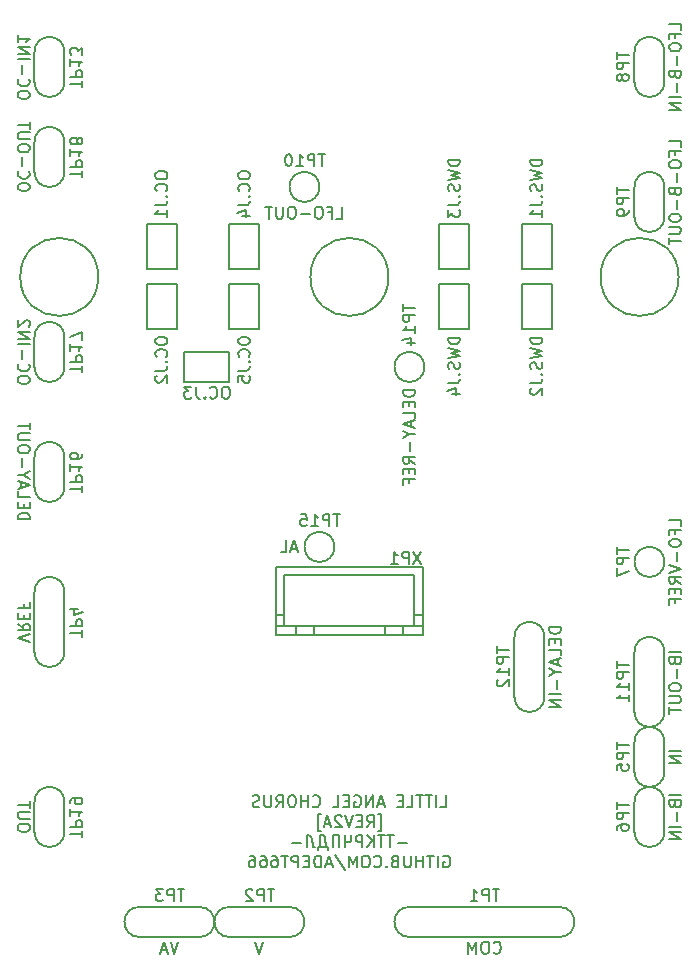
<source format=gbr>
G04 #@! TF.GenerationSoftware,KiCad,Pcbnew,5.1.6-c6e7f7d~87~ubuntu19.10.1*
G04 #@! TF.CreationDate,2023-03-21T23:34:36+06:00*
G04 #@! TF.ProjectId,little_angel_chorus_r2a,6c697474-6c65-45f6-916e-67656c5f6368,2A*
G04 #@! TF.SameCoordinates,Original*
G04 #@! TF.FileFunction,Legend,Bot*
G04 #@! TF.FilePolarity,Positive*
%FSLAX46Y46*%
G04 Gerber Fmt 4.6, Leading zero omitted, Abs format (unit mm)*
G04 Created by KiCad (PCBNEW 5.1.6-c6e7f7d~87~ubuntu19.10.1) date 2023-03-21 23:34:36*
%MOMM*%
%LPD*%
G01*
G04 APERTURE LIST*
%ADD10C,0.200000*%
%ADD11R,2.100000X2.100000*%
%ADD12C,2.100000*%
%ADD13R,2.700000X2.700000*%
%ADD14R,1.700000X1.500000*%
%ADD15R,1.500000X1.700000*%
%ADD16C,6.200000*%
G04 APERTURE END LIST*
D10*
X113076666Y-192212380D02*
X113552857Y-192212380D01*
X113552857Y-191212380D01*
X112743333Y-192212380D02*
X112743333Y-191212380D01*
X112410000Y-191212380D02*
X111838571Y-191212380D01*
X112124285Y-192212380D02*
X112124285Y-191212380D01*
X111648095Y-191212380D02*
X111076666Y-191212380D01*
X111362380Y-192212380D02*
X111362380Y-191212380D01*
X110267142Y-192212380D02*
X110743333Y-192212380D01*
X110743333Y-191212380D01*
X109933809Y-191688571D02*
X109600476Y-191688571D01*
X109457619Y-192212380D02*
X109933809Y-192212380D01*
X109933809Y-191212380D01*
X109457619Y-191212380D01*
X108314761Y-191926666D02*
X107838571Y-191926666D01*
X108410000Y-192212380D02*
X108076666Y-191212380D01*
X107743333Y-192212380D01*
X107410000Y-192212380D02*
X107410000Y-191212380D01*
X106838571Y-192212380D01*
X106838571Y-191212380D01*
X105838571Y-191260000D02*
X105933809Y-191212380D01*
X106076666Y-191212380D01*
X106219523Y-191260000D01*
X106314761Y-191355238D01*
X106362380Y-191450476D01*
X106410000Y-191640952D01*
X106410000Y-191783809D01*
X106362380Y-191974285D01*
X106314761Y-192069523D01*
X106219523Y-192164761D01*
X106076666Y-192212380D01*
X105981428Y-192212380D01*
X105838571Y-192164761D01*
X105790952Y-192117142D01*
X105790952Y-191783809D01*
X105981428Y-191783809D01*
X105362380Y-191688571D02*
X105029047Y-191688571D01*
X104886190Y-192212380D02*
X105362380Y-192212380D01*
X105362380Y-191212380D01*
X104886190Y-191212380D01*
X103981428Y-192212380D02*
X104457619Y-192212380D01*
X104457619Y-191212380D01*
X102314761Y-192117142D02*
X102362380Y-192164761D01*
X102505238Y-192212380D01*
X102600476Y-192212380D01*
X102743333Y-192164761D01*
X102838571Y-192069523D01*
X102886190Y-191974285D01*
X102933809Y-191783809D01*
X102933809Y-191640952D01*
X102886190Y-191450476D01*
X102838571Y-191355238D01*
X102743333Y-191260000D01*
X102600476Y-191212380D01*
X102505238Y-191212380D01*
X102362380Y-191260000D01*
X102314761Y-191307619D01*
X101886190Y-192212380D02*
X101886190Y-191212380D01*
X101886190Y-191688571D02*
X101314761Y-191688571D01*
X101314761Y-192212380D02*
X101314761Y-191212380D01*
X100648095Y-191212380D02*
X100457619Y-191212380D01*
X100362380Y-191260000D01*
X100267142Y-191355238D01*
X100219523Y-191545714D01*
X100219523Y-191879047D01*
X100267142Y-192069523D01*
X100362380Y-192164761D01*
X100457619Y-192212380D01*
X100648095Y-192212380D01*
X100743333Y-192164761D01*
X100838571Y-192069523D01*
X100886190Y-191879047D01*
X100886190Y-191545714D01*
X100838571Y-191355238D01*
X100743333Y-191260000D01*
X100648095Y-191212380D01*
X99219523Y-192212380D02*
X99552857Y-191736190D01*
X99790952Y-192212380D02*
X99790952Y-191212380D01*
X99410000Y-191212380D01*
X99314761Y-191260000D01*
X99267142Y-191307619D01*
X99219523Y-191402857D01*
X99219523Y-191545714D01*
X99267142Y-191640952D01*
X99314761Y-191688571D01*
X99410000Y-191736190D01*
X99790952Y-191736190D01*
X98790952Y-191212380D02*
X98790952Y-192021904D01*
X98743333Y-192117142D01*
X98695714Y-192164761D01*
X98600476Y-192212380D01*
X98410000Y-192212380D01*
X98314761Y-192164761D01*
X98267142Y-192117142D01*
X98219523Y-192021904D01*
X98219523Y-191212380D01*
X97790952Y-192164761D02*
X97648095Y-192212380D01*
X97410000Y-192212380D01*
X97314761Y-192164761D01*
X97267142Y-192117142D01*
X97219523Y-192021904D01*
X97219523Y-191926666D01*
X97267142Y-191831428D01*
X97314761Y-191783809D01*
X97410000Y-191736190D01*
X97600476Y-191688571D01*
X97695714Y-191640952D01*
X97743333Y-191593333D01*
X97790952Y-191498095D01*
X97790952Y-191402857D01*
X97743333Y-191307619D01*
X97695714Y-191260000D01*
X97600476Y-191212380D01*
X97362380Y-191212380D01*
X97219523Y-191260000D01*
X107838571Y-194245714D02*
X108076666Y-194245714D01*
X108076666Y-192817142D01*
X107838571Y-192817142D01*
X106886190Y-193912380D02*
X107219523Y-193436190D01*
X107457619Y-193912380D02*
X107457619Y-192912380D01*
X107076666Y-192912380D01*
X106981428Y-192960000D01*
X106933809Y-193007619D01*
X106886190Y-193102857D01*
X106886190Y-193245714D01*
X106933809Y-193340952D01*
X106981428Y-193388571D01*
X107076666Y-193436190D01*
X107457619Y-193436190D01*
X106457619Y-193388571D02*
X106124285Y-193388571D01*
X105981428Y-193912380D02*
X106457619Y-193912380D01*
X106457619Y-192912380D01*
X105981428Y-192912380D01*
X105695714Y-192912380D02*
X105362380Y-193912380D01*
X105029047Y-192912380D01*
X104743333Y-193007619D02*
X104695714Y-192960000D01*
X104600476Y-192912380D01*
X104362380Y-192912380D01*
X104267142Y-192960000D01*
X104219523Y-193007619D01*
X104171904Y-193102857D01*
X104171904Y-193198095D01*
X104219523Y-193340952D01*
X104790952Y-193912380D01*
X104171904Y-193912380D01*
X103790952Y-193626666D02*
X103314761Y-193626666D01*
X103886190Y-193912380D02*
X103552857Y-192912380D01*
X103219523Y-193912380D01*
X102981428Y-194245714D02*
X102743333Y-194245714D01*
X102743333Y-192817142D01*
X102981428Y-192817142D01*
X110267142Y-195231428D02*
X109505238Y-195231428D01*
X109171904Y-194612380D02*
X108600476Y-194612380D01*
X108886190Y-195612380D02*
X108886190Y-194612380D01*
X108410000Y-194612380D02*
X107838571Y-194612380D01*
X108124285Y-195612380D02*
X108124285Y-194612380D01*
X107505238Y-195612380D02*
X107505238Y-194612380D01*
X106933809Y-195612380D02*
X107362380Y-195040952D01*
X106933809Y-194612380D02*
X107505238Y-195183809D01*
X106505238Y-195612380D02*
X106505238Y-194612380D01*
X106124285Y-194612380D01*
X106029047Y-194660000D01*
X105981428Y-194707619D01*
X105933809Y-194802857D01*
X105933809Y-194945714D01*
X105981428Y-195040952D01*
X106029047Y-195088571D01*
X106124285Y-195136190D01*
X106505238Y-195136190D01*
X105029047Y-194612380D02*
X105029047Y-195612380D01*
X105552857Y-194612380D02*
X105552857Y-194993333D01*
X105505238Y-195088571D01*
X105457619Y-195136190D01*
X105362380Y-195183809D01*
X105029047Y-195183809D01*
X104552857Y-195612380D02*
X104552857Y-194612380D01*
X103981428Y-194612380D01*
X103981428Y-195612380D01*
X102743333Y-195850476D02*
X102743333Y-195612380D01*
X103600476Y-195612380D01*
X103600476Y-195850476D01*
X102933809Y-195612380D02*
X102933809Y-194612380D01*
X103171904Y-194612380D01*
X103267142Y-194660000D01*
X103314761Y-194707619D01*
X103362380Y-194802857D01*
X103457619Y-195612380D01*
X101790952Y-195612380D02*
X101790952Y-194612380D01*
X101933809Y-194612380D01*
X102076666Y-194660000D01*
X102171904Y-194755238D01*
X102219523Y-194898095D01*
X102314761Y-195469523D01*
X102362380Y-195564761D01*
X102457619Y-195612380D01*
X102505238Y-195612380D01*
X101314761Y-195231428D02*
X100552857Y-195231428D01*
X113362380Y-196360000D02*
X113457619Y-196312380D01*
X113600476Y-196312380D01*
X113743333Y-196360000D01*
X113838571Y-196455238D01*
X113886190Y-196550476D01*
X113933809Y-196740952D01*
X113933809Y-196883809D01*
X113886190Y-197074285D01*
X113838571Y-197169523D01*
X113743333Y-197264761D01*
X113600476Y-197312380D01*
X113505238Y-197312380D01*
X113362380Y-197264761D01*
X113314761Y-197217142D01*
X113314761Y-196883809D01*
X113505238Y-196883809D01*
X112886190Y-197312380D02*
X112886190Y-196312380D01*
X112552857Y-196312380D02*
X111981428Y-196312380D01*
X112267142Y-197312380D02*
X112267142Y-196312380D01*
X111648095Y-197312380D02*
X111648095Y-196312380D01*
X111648095Y-196788571D02*
X111076666Y-196788571D01*
X111076666Y-197312380D02*
X111076666Y-196312380D01*
X110600476Y-196312380D02*
X110600476Y-197121904D01*
X110552857Y-197217142D01*
X110505238Y-197264761D01*
X110410000Y-197312380D01*
X110219523Y-197312380D01*
X110124285Y-197264761D01*
X110076666Y-197217142D01*
X110029047Y-197121904D01*
X110029047Y-196312380D01*
X109219523Y-196788571D02*
X109076666Y-196836190D01*
X109029047Y-196883809D01*
X108981428Y-196979047D01*
X108981428Y-197121904D01*
X109029047Y-197217142D01*
X109076666Y-197264761D01*
X109171904Y-197312380D01*
X109552857Y-197312380D01*
X109552857Y-196312380D01*
X109219523Y-196312380D01*
X109124285Y-196360000D01*
X109076666Y-196407619D01*
X109029047Y-196502857D01*
X109029047Y-196598095D01*
X109076666Y-196693333D01*
X109124285Y-196740952D01*
X109219523Y-196788571D01*
X109552857Y-196788571D01*
X108552857Y-197217142D02*
X108505238Y-197264761D01*
X108552857Y-197312380D01*
X108600476Y-197264761D01*
X108552857Y-197217142D01*
X108552857Y-197312380D01*
X107505238Y-197217142D02*
X107552857Y-197264761D01*
X107695714Y-197312380D01*
X107790952Y-197312380D01*
X107933809Y-197264761D01*
X108029047Y-197169523D01*
X108076666Y-197074285D01*
X108124285Y-196883809D01*
X108124285Y-196740952D01*
X108076666Y-196550476D01*
X108029047Y-196455238D01*
X107933809Y-196360000D01*
X107790952Y-196312380D01*
X107695714Y-196312380D01*
X107552857Y-196360000D01*
X107505238Y-196407619D01*
X106886190Y-196312380D02*
X106695714Y-196312380D01*
X106600476Y-196360000D01*
X106505238Y-196455238D01*
X106457619Y-196645714D01*
X106457619Y-196979047D01*
X106505238Y-197169523D01*
X106600476Y-197264761D01*
X106695714Y-197312380D01*
X106886190Y-197312380D01*
X106981428Y-197264761D01*
X107076666Y-197169523D01*
X107124285Y-196979047D01*
X107124285Y-196645714D01*
X107076666Y-196455238D01*
X106981428Y-196360000D01*
X106886190Y-196312380D01*
X106029047Y-197312380D02*
X106029047Y-196312380D01*
X105695714Y-197026666D01*
X105362380Y-196312380D01*
X105362380Y-197312380D01*
X104171904Y-196264761D02*
X105029047Y-197550476D01*
X103886190Y-197026666D02*
X103410000Y-197026666D01*
X103981428Y-197312380D02*
X103648095Y-196312380D01*
X103314761Y-197312380D01*
X102981428Y-197312380D02*
X102981428Y-196312380D01*
X102743333Y-196312380D01*
X102600476Y-196360000D01*
X102505238Y-196455238D01*
X102457619Y-196550476D01*
X102410000Y-196740952D01*
X102410000Y-196883809D01*
X102457619Y-197074285D01*
X102505238Y-197169523D01*
X102600476Y-197264761D01*
X102743333Y-197312380D01*
X102981428Y-197312380D01*
X101981428Y-196788571D02*
X101648095Y-196788571D01*
X101505238Y-197312380D02*
X101981428Y-197312380D01*
X101981428Y-196312380D01*
X101505238Y-196312380D01*
X101076666Y-197312380D02*
X101076666Y-196312380D01*
X100695714Y-196312380D01*
X100600476Y-196360000D01*
X100552857Y-196407619D01*
X100505238Y-196502857D01*
X100505238Y-196645714D01*
X100552857Y-196740952D01*
X100600476Y-196788571D01*
X100695714Y-196836190D01*
X101076666Y-196836190D01*
X100219523Y-196312380D02*
X99648095Y-196312380D01*
X99933809Y-197312380D02*
X99933809Y-196312380D01*
X98886190Y-196312380D02*
X99076666Y-196312380D01*
X99171904Y-196360000D01*
X99219523Y-196407619D01*
X99314761Y-196550476D01*
X99362380Y-196740952D01*
X99362380Y-197121904D01*
X99314761Y-197217142D01*
X99267142Y-197264761D01*
X99171904Y-197312380D01*
X98981428Y-197312380D01*
X98886190Y-197264761D01*
X98838571Y-197217142D01*
X98790952Y-197121904D01*
X98790952Y-196883809D01*
X98838571Y-196788571D01*
X98886190Y-196740952D01*
X98981428Y-196693333D01*
X99171904Y-196693333D01*
X99267142Y-196740952D01*
X99314761Y-196788571D01*
X99362380Y-196883809D01*
X97933809Y-196312380D02*
X98124285Y-196312380D01*
X98219523Y-196360000D01*
X98267142Y-196407619D01*
X98362380Y-196550476D01*
X98410000Y-196740952D01*
X98410000Y-197121904D01*
X98362380Y-197217142D01*
X98314761Y-197264761D01*
X98219523Y-197312380D01*
X98029047Y-197312380D01*
X97933809Y-197264761D01*
X97886190Y-197217142D01*
X97838571Y-197121904D01*
X97838571Y-196883809D01*
X97886190Y-196788571D01*
X97933809Y-196740952D01*
X98029047Y-196693333D01*
X98219523Y-196693333D01*
X98314761Y-196740952D01*
X98362380Y-196788571D01*
X98410000Y-196883809D01*
X96981428Y-196312380D02*
X97171904Y-196312380D01*
X97267142Y-196360000D01*
X97314761Y-196407619D01*
X97410000Y-196550476D01*
X97457619Y-196740952D01*
X97457619Y-197121904D01*
X97410000Y-197217142D01*
X97362380Y-197264761D01*
X97267142Y-197312380D01*
X97076666Y-197312380D01*
X96981428Y-197264761D01*
X96933809Y-197217142D01*
X96886190Y-197121904D01*
X96886190Y-196883809D01*
X96933809Y-196788571D01*
X96981428Y-196740952D01*
X97076666Y-196693333D01*
X97267142Y-196693333D01*
X97362380Y-196740952D01*
X97410000Y-196788571D01*
X97457619Y-196883809D01*
X95250000Y-151765000D02*
X97790000Y-151765000D01*
X97790000Y-147955000D02*
X95250000Y-147955000D01*
X97790000Y-151765000D02*
X97790000Y-147955000D01*
X95250000Y-151765000D02*
X95250000Y-147955000D01*
X97790000Y-142875000D02*
X97790000Y-146685000D01*
X95250000Y-142875000D02*
X95250000Y-146685000D01*
X95250000Y-146685000D02*
X97790000Y-146685000D01*
X97790000Y-142875000D02*
X95250000Y-142875000D01*
X91440000Y-153670000D02*
X91440000Y-156210000D01*
X95250000Y-156210000D02*
X95250000Y-153670000D01*
X91440000Y-156210000D02*
X95250000Y-156210000D01*
X91440000Y-153670000D02*
X95250000Y-153670000D01*
X90805000Y-147955000D02*
X88265000Y-147955000D01*
X88265000Y-151765000D02*
X90805000Y-151765000D01*
X88265000Y-147955000D02*
X88265000Y-151765000D01*
X90805000Y-147955000D02*
X90805000Y-151765000D01*
X88265000Y-146685000D02*
X90805000Y-146685000D01*
X90805000Y-142875000D02*
X88265000Y-142875000D01*
X90805000Y-146685000D02*
X90805000Y-142875000D01*
X88265000Y-146685000D02*
X88265000Y-142875000D01*
X113030000Y-151765000D02*
X113030000Y-147955000D01*
X115570000Y-151765000D02*
X115570000Y-147955000D01*
X115570000Y-147955000D02*
X113030000Y-147955000D01*
X113030000Y-151765000D02*
X115570000Y-151765000D01*
X115570000Y-142875000D02*
X115570000Y-146685000D01*
X113030000Y-142875000D02*
X113030000Y-146685000D01*
X113030000Y-146685000D02*
X115570000Y-146685000D01*
X115570000Y-142875000D02*
X113030000Y-142875000D01*
X122555000Y-147955000D02*
X122555000Y-151765000D01*
X120015000Y-147955000D02*
X120015000Y-151765000D01*
X120015000Y-151765000D02*
X122555000Y-151765000D01*
X122555000Y-147955000D02*
X120015000Y-147955000D01*
X120015000Y-146685000D02*
X122555000Y-146685000D01*
X122555000Y-142875000D02*
X120015000Y-142875000D01*
X122555000Y-146685000D02*
X122555000Y-142875000D01*
X120015000Y-146685000D02*
X120015000Y-142875000D01*
X81280000Y-191770000D02*
X81280000Y-194310000D01*
X78740000Y-191770000D02*
X78740000Y-194310000D01*
X78740000Y-191770000D02*
G75*
G02*
X81280000Y-191770000I1270000J0D01*
G01*
X81280000Y-194310000D02*
G75*
G02*
X78740000Y-194310000I-1270000J0D01*
G01*
X78740000Y-135890000D02*
X78740000Y-138430000D01*
X81280000Y-135890000D02*
X81280000Y-138430000D01*
X81280000Y-138430000D02*
G75*
G02*
X78740000Y-138430000I-1270000J0D01*
G01*
X78740000Y-135890000D02*
G75*
G02*
X81280000Y-135890000I1270000J0D01*
G01*
X78740000Y-152400000D02*
X78740000Y-154940000D01*
X81280000Y-152400000D02*
X81280000Y-154940000D01*
X81280000Y-154940000D02*
G75*
G02*
X78740000Y-154940000I-1270000J0D01*
G01*
X78740000Y-152400000D02*
G75*
G02*
X81280000Y-152400000I1270000J0D01*
G01*
X78740000Y-162560000D02*
X78740000Y-165100000D01*
X81280000Y-162560000D02*
X81280000Y-165100000D01*
X81280000Y-165100000D02*
G75*
G02*
X78740000Y-165100000I-1270000J0D01*
G01*
X78740000Y-162560000D02*
G75*
G02*
X81280000Y-162560000I1270000J0D01*
G01*
X104140000Y-170180000D02*
G75*
G03*
X104140000Y-170180000I-1270000J0D01*
G01*
X111760000Y-154940000D02*
G75*
G03*
X111760000Y-154940000I-1270000J0D01*
G01*
X81280000Y-128270000D02*
X81280000Y-130810000D01*
X78740000Y-128270000D02*
X78740000Y-130810000D01*
X78740000Y-128270000D02*
G75*
G02*
X81280000Y-128270000I1270000J0D01*
G01*
X81280000Y-130810000D02*
G75*
G02*
X78740000Y-130810000I-1270000J0D01*
G01*
X121920000Y-182880000D02*
X121920000Y-177800000D01*
X119380000Y-182880000D02*
X119380000Y-177800000D01*
X119380000Y-177800000D02*
G75*
G02*
X121920000Y-177800000I1270000J0D01*
G01*
X121920000Y-182880000D02*
G75*
G02*
X119380000Y-182880000I-1270000J0D01*
G01*
X129540000Y-184150000D02*
X129540000Y-179070000D01*
X132080000Y-184150000D02*
X132080000Y-179070000D01*
X132080000Y-184150000D02*
G75*
G02*
X129540000Y-184150000I-1270000J0D01*
G01*
X129540000Y-179070000D02*
G75*
G02*
X132080000Y-179070000I1270000J0D01*
G01*
X102870000Y-139700000D02*
G75*
G03*
X102870000Y-139700000I-1270000J0D01*
G01*
X129540000Y-142240000D02*
X129540000Y-139700000D01*
X132080000Y-142240000D02*
X132080000Y-139700000D01*
X132080000Y-142240000D02*
G75*
G02*
X129540000Y-142240000I-1270000J0D01*
G01*
X129540000Y-139700000D02*
G75*
G02*
X132080000Y-139700000I1270000J0D01*
G01*
X132080000Y-130810000D02*
X132080000Y-128270000D01*
X129540000Y-130810000D02*
X129540000Y-128270000D01*
X129540000Y-128270000D02*
G75*
G02*
X132080000Y-128270000I1270000J0D01*
G01*
X132080000Y-130810000D02*
G75*
G02*
X129540000Y-130810000I-1270000J0D01*
G01*
X132080000Y-171450000D02*
G75*
G03*
X132080000Y-171450000I-1270000J0D01*
G01*
X129540000Y-194310000D02*
X129540000Y-191770000D01*
X132080000Y-194310000D02*
X132080000Y-191770000D01*
X132080000Y-194310000D02*
G75*
G02*
X129540000Y-194310000I-1270000J0D01*
G01*
X129540000Y-191770000D02*
G75*
G02*
X132080000Y-191770000I1270000J0D01*
G01*
X129540000Y-189230000D02*
X129540000Y-186690000D01*
X132080000Y-189230000D02*
X132080000Y-186690000D01*
X132080000Y-189230000D02*
G75*
G02*
X129540000Y-189230000I-1270000J0D01*
G01*
X129540000Y-186690000D02*
G75*
G02*
X132080000Y-186690000I1270000J0D01*
G01*
X78740000Y-173990000D02*
X78740000Y-179070000D01*
X81280000Y-173990000D02*
X81280000Y-179070000D01*
X81280000Y-179070000D02*
G75*
G02*
X78740000Y-179070000I-1270000J0D01*
G01*
X78740000Y-173990000D02*
G75*
G02*
X81280000Y-173990000I1270000J0D01*
G01*
X87630000Y-203200000D02*
X92710000Y-203200000D01*
X87630000Y-200660000D02*
X92710000Y-200660000D01*
X92710000Y-200660000D02*
G75*
G02*
X92710000Y-203200000I0J-1270000D01*
G01*
X87630000Y-203200000D02*
G75*
G02*
X87630000Y-200660000I0J1270000D01*
G01*
X95250000Y-203200000D02*
X100330000Y-203200000D01*
X95250000Y-200660000D02*
X100330000Y-200660000D01*
X100330000Y-200660000D02*
G75*
G02*
X100330000Y-203200000I0J-1270000D01*
G01*
X95250000Y-203200000D02*
G75*
G02*
X95250000Y-200660000I0J1270000D01*
G01*
X110490000Y-200660000D02*
X123190000Y-200660000D01*
X110490000Y-203200000D02*
X123190000Y-203200000D01*
X110490000Y-203200000D02*
G75*
G02*
X110490000Y-200660000I0J1270000D01*
G01*
X123190000Y-200660000D02*
G75*
G02*
X123190000Y-203200000I0J-1270000D01*
G01*
X133282000Y-147320000D02*
G75*
G03*
X133282000Y-147320000I-3302000J0D01*
G01*
X84142000Y-147320000D02*
G75*
G03*
X84142000Y-147320000I-3302000J0D01*
G01*
X108712000Y-147320000D02*
G75*
G03*
X108712000Y-147320000I-3302000J0D01*
G01*
X100910000Y-177610000D02*
X100910000Y-176910000D01*
X109910000Y-177610000D02*
X109910000Y-176910000D01*
X99210000Y-176910000D02*
X111610000Y-176910000D01*
X111610000Y-177610000D02*
X111610000Y-171860000D01*
X99910000Y-176910000D02*
X99910000Y-172560000D01*
X99210000Y-177610000D02*
X99210000Y-171860000D01*
X110910000Y-175910000D02*
X111610000Y-175910000D01*
X110910000Y-176910000D02*
X110910000Y-172560000D01*
X99910000Y-172560000D02*
X110910000Y-172560000D01*
X102410000Y-177610000D02*
X102410000Y-176910000D01*
X99210000Y-175910000D02*
X99910000Y-175910000D01*
X108410000Y-177610000D02*
X108410000Y-176910000D01*
X99210000Y-171860000D02*
X111610000Y-171860000D01*
X99210000Y-177610000D02*
X111610000Y-177610000D01*
X95972380Y-152641071D02*
X95972380Y-152831547D01*
X96020000Y-152926785D01*
X96115238Y-153022023D01*
X96305714Y-153069642D01*
X96639047Y-153069642D01*
X96829523Y-153022023D01*
X96924761Y-152926785D01*
X96972380Y-152831547D01*
X96972380Y-152641071D01*
X96924761Y-152545833D01*
X96829523Y-152450595D01*
X96639047Y-152402976D01*
X96305714Y-152402976D01*
X96115238Y-152450595D01*
X96020000Y-152545833D01*
X95972380Y-152641071D01*
X96877142Y-154069642D02*
X96924761Y-154022023D01*
X96972380Y-153879166D01*
X96972380Y-153783928D01*
X96924761Y-153641071D01*
X96829523Y-153545833D01*
X96734285Y-153498214D01*
X96543809Y-153450595D01*
X96400952Y-153450595D01*
X96210476Y-153498214D01*
X96115238Y-153545833D01*
X96020000Y-153641071D01*
X95972380Y-153783928D01*
X95972380Y-153879166D01*
X96020000Y-154022023D01*
X96067619Y-154069642D01*
X96877142Y-154498214D02*
X96924761Y-154545833D01*
X96972380Y-154498214D01*
X96924761Y-154450595D01*
X96877142Y-154498214D01*
X96972380Y-154498214D01*
X95972380Y-155260119D02*
X96686666Y-155260119D01*
X96829523Y-155212500D01*
X96924761Y-155117261D01*
X96972380Y-154974404D01*
X96972380Y-154879166D01*
X95972380Y-156212500D02*
X95972380Y-155736309D01*
X96448571Y-155688690D01*
X96400952Y-155736309D01*
X96353333Y-155831547D01*
X96353333Y-156069642D01*
X96400952Y-156164880D01*
X96448571Y-156212500D01*
X96543809Y-156260119D01*
X96781904Y-156260119D01*
X96877142Y-156212500D01*
X96924761Y-156164880D01*
X96972380Y-156069642D01*
X96972380Y-155831547D01*
X96924761Y-155736309D01*
X96877142Y-155688690D01*
X95972380Y-138617976D02*
X95972380Y-138808452D01*
X96020000Y-138903690D01*
X96115238Y-138998928D01*
X96305714Y-139046547D01*
X96639047Y-139046547D01*
X96829523Y-138998928D01*
X96924761Y-138903690D01*
X96972380Y-138808452D01*
X96972380Y-138617976D01*
X96924761Y-138522738D01*
X96829523Y-138427500D01*
X96639047Y-138379880D01*
X96305714Y-138379880D01*
X96115238Y-138427500D01*
X96020000Y-138522738D01*
X95972380Y-138617976D01*
X96877142Y-140046547D02*
X96924761Y-139998928D01*
X96972380Y-139856071D01*
X96972380Y-139760833D01*
X96924761Y-139617976D01*
X96829523Y-139522738D01*
X96734285Y-139475119D01*
X96543809Y-139427500D01*
X96400952Y-139427500D01*
X96210476Y-139475119D01*
X96115238Y-139522738D01*
X96020000Y-139617976D01*
X95972380Y-139760833D01*
X95972380Y-139856071D01*
X96020000Y-139998928D01*
X96067619Y-140046547D01*
X96877142Y-140475119D02*
X96924761Y-140522738D01*
X96972380Y-140475119D01*
X96924761Y-140427500D01*
X96877142Y-140475119D01*
X96972380Y-140475119D01*
X95972380Y-141237023D02*
X96686666Y-141237023D01*
X96829523Y-141189404D01*
X96924761Y-141094166D01*
X96972380Y-140951309D01*
X96972380Y-140856071D01*
X96305714Y-142141785D02*
X96972380Y-142141785D01*
X95924761Y-141903690D02*
X96639047Y-141665595D01*
X96639047Y-142284642D01*
X95035476Y-156614880D02*
X94845000Y-156614880D01*
X94749761Y-156662500D01*
X94654523Y-156757738D01*
X94606904Y-156948214D01*
X94606904Y-157281547D01*
X94654523Y-157472023D01*
X94749761Y-157567261D01*
X94845000Y-157614880D01*
X95035476Y-157614880D01*
X95130714Y-157567261D01*
X95225952Y-157472023D01*
X95273571Y-157281547D01*
X95273571Y-156948214D01*
X95225952Y-156757738D01*
X95130714Y-156662500D01*
X95035476Y-156614880D01*
X93606904Y-157519642D02*
X93654523Y-157567261D01*
X93797380Y-157614880D01*
X93892619Y-157614880D01*
X94035476Y-157567261D01*
X94130714Y-157472023D01*
X94178333Y-157376785D01*
X94225952Y-157186309D01*
X94225952Y-157043452D01*
X94178333Y-156852976D01*
X94130714Y-156757738D01*
X94035476Y-156662500D01*
X93892619Y-156614880D01*
X93797380Y-156614880D01*
X93654523Y-156662500D01*
X93606904Y-156710119D01*
X93178333Y-157519642D02*
X93130714Y-157567261D01*
X93178333Y-157614880D01*
X93225952Y-157567261D01*
X93178333Y-157519642D01*
X93178333Y-157614880D01*
X92416428Y-156614880D02*
X92416428Y-157329166D01*
X92464047Y-157472023D01*
X92559285Y-157567261D01*
X92702142Y-157614880D01*
X92797380Y-157614880D01*
X92035476Y-156614880D02*
X91416428Y-156614880D01*
X91749761Y-156995833D01*
X91606904Y-156995833D01*
X91511666Y-157043452D01*
X91464047Y-157091071D01*
X91416428Y-157186309D01*
X91416428Y-157424404D01*
X91464047Y-157519642D01*
X91511666Y-157567261D01*
X91606904Y-157614880D01*
X91892619Y-157614880D01*
X91987857Y-157567261D01*
X92035476Y-157519642D01*
X88987380Y-152641071D02*
X88987380Y-152831547D01*
X89035000Y-152926785D01*
X89130238Y-153022023D01*
X89320714Y-153069642D01*
X89654047Y-153069642D01*
X89844523Y-153022023D01*
X89939761Y-152926785D01*
X89987380Y-152831547D01*
X89987380Y-152641071D01*
X89939761Y-152545833D01*
X89844523Y-152450595D01*
X89654047Y-152402976D01*
X89320714Y-152402976D01*
X89130238Y-152450595D01*
X89035000Y-152545833D01*
X88987380Y-152641071D01*
X89892142Y-154069642D02*
X89939761Y-154022023D01*
X89987380Y-153879166D01*
X89987380Y-153783928D01*
X89939761Y-153641071D01*
X89844523Y-153545833D01*
X89749285Y-153498214D01*
X89558809Y-153450595D01*
X89415952Y-153450595D01*
X89225476Y-153498214D01*
X89130238Y-153545833D01*
X89035000Y-153641071D01*
X88987380Y-153783928D01*
X88987380Y-153879166D01*
X89035000Y-154022023D01*
X89082619Y-154069642D01*
X89892142Y-154498214D02*
X89939761Y-154545833D01*
X89987380Y-154498214D01*
X89939761Y-154450595D01*
X89892142Y-154498214D01*
X89987380Y-154498214D01*
X88987380Y-155260119D02*
X89701666Y-155260119D01*
X89844523Y-155212500D01*
X89939761Y-155117261D01*
X89987380Y-154974404D01*
X89987380Y-154879166D01*
X89082619Y-155688690D02*
X89035000Y-155736309D01*
X88987380Y-155831547D01*
X88987380Y-156069642D01*
X89035000Y-156164880D01*
X89082619Y-156212500D01*
X89177857Y-156260119D01*
X89273095Y-156260119D01*
X89415952Y-156212500D01*
X89987380Y-155641071D01*
X89987380Y-156260119D01*
X88987380Y-138617976D02*
X88987380Y-138808452D01*
X89035000Y-138903690D01*
X89130238Y-138998928D01*
X89320714Y-139046547D01*
X89654047Y-139046547D01*
X89844523Y-138998928D01*
X89939761Y-138903690D01*
X89987380Y-138808452D01*
X89987380Y-138617976D01*
X89939761Y-138522738D01*
X89844523Y-138427500D01*
X89654047Y-138379880D01*
X89320714Y-138379880D01*
X89130238Y-138427500D01*
X89035000Y-138522738D01*
X88987380Y-138617976D01*
X89892142Y-140046547D02*
X89939761Y-139998928D01*
X89987380Y-139856071D01*
X89987380Y-139760833D01*
X89939761Y-139617976D01*
X89844523Y-139522738D01*
X89749285Y-139475119D01*
X89558809Y-139427500D01*
X89415952Y-139427500D01*
X89225476Y-139475119D01*
X89130238Y-139522738D01*
X89035000Y-139617976D01*
X88987380Y-139760833D01*
X88987380Y-139856071D01*
X89035000Y-139998928D01*
X89082619Y-140046547D01*
X89892142Y-140475119D02*
X89939761Y-140522738D01*
X89987380Y-140475119D01*
X89939761Y-140427500D01*
X89892142Y-140475119D01*
X89987380Y-140475119D01*
X88987380Y-141237023D02*
X89701666Y-141237023D01*
X89844523Y-141189404D01*
X89939761Y-141094166D01*
X89987380Y-140951309D01*
X89987380Y-140856071D01*
X89987380Y-142237023D02*
X89987380Y-141665595D01*
X89987380Y-141951309D02*
X88987380Y-141951309D01*
X89130238Y-141856071D01*
X89225476Y-141760833D01*
X89273095Y-141665595D01*
X114752380Y-152450595D02*
X113752380Y-152450595D01*
X113752380Y-152688690D01*
X113800000Y-152831547D01*
X113895238Y-152926785D01*
X113990476Y-152974404D01*
X114180952Y-153022023D01*
X114323809Y-153022023D01*
X114514285Y-152974404D01*
X114609523Y-152926785D01*
X114704761Y-152831547D01*
X114752380Y-152688690D01*
X114752380Y-152450595D01*
X113752380Y-153355357D02*
X114752380Y-153593452D01*
X114038095Y-153783928D01*
X114752380Y-153974404D01*
X113752380Y-154212500D01*
X114704761Y-154545833D02*
X114752380Y-154688690D01*
X114752380Y-154926785D01*
X114704761Y-155022023D01*
X114657142Y-155069642D01*
X114561904Y-155117261D01*
X114466666Y-155117261D01*
X114371428Y-155069642D01*
X114323809Y-155022023D01*
X114276190Y-154926785D01*
X114228571Y-154736309D01*
X114180952Y-154641071D01*
X114133333Y-154593452D01*
X114038095Y-154545833D01*
X113942857Y-154545833D01*
X113847619Y-154593452D01*
X113800000Y-154641071D01*
X113752380Y-154736309D01*
X113752380Y-154974404D01*
X113800000Y-155117261D01*
X114657142Y-155545833D02*
X114704761Y-155593452D01*
X114752380Y-155545833D01*
X114704761Y-155498214D01*
X114657142Y-155545833D01*
X114752380Y-155545833D01*
X113752380Y-156307738D02*
X114466666Y-156307738D01*
X114609523Y-156260119D01*
X114704761Y-156164880D01*
X114752380Y-156022023D01*
X114752380Y-155926785D01*
X114085714Y-157212500D02*
X114752380Y-157212500D01*
X113704761Y-156974404D02*
X114419047Y-156736309D01*
X114419047Y-157355357D01*
X114752380Y-137379880D02*
X113752380Y-137379880D01*
X113752380Y-137617976D01*
X113800000Y-137760833D01*
X113895238Y-137856071D01*
X113990476Y-137903690D01*
X114180952Y-137951309D01*
X114323809Y-137951309D01*
X114514285Y-137903690D01*
X114609523Y-137856071D01*
X114704761Y-137760833D01*
X114752380Y-137617976D01*
X114752380Y-137379880D01*
X113752380Y-138284642D02*
X114752380Y-138522738D01*
X114038095Y-138713214D01*
X114752380Y-138903690D01*
X113752380Y-139141785D01*
X114704761Y-139475119D02*
X114752380Y-139617976D01*
X114752380Y-139856071D01*
X114704761Y-139951309D01*
X114657142Y-139998928D01*
X114561904Y-140046547D01*
X114466666Y-140046547D01*
X114371428Y-139998928D01*
X114323809Y-139951309D01*
X114276190Y-139856071D01*
X114228571Y-139665595D01*
X114180952Y-139570357D01*
X114133333Y-139522738D01*
X114038095Y-139475119D01*
X113942857Y-139475119D01*
X113847619Y-139522738D01*
X113800000Y-139570357D01*
X113752380Y-139665595D01*
X113752380Y-139903690D01*
X113800000Y-140046547D01*
X114657142Y-140475119D02*
X114704761Y-140522738D01*
X114752380Y-140475119D01*
X114704761Y-140427500D01*
X114657142Y-140475119D01*
X114752380Y-140475119D01*
X113752380Y-141237023D02*
X114466666Y-141237023D01*
X114609523Y-141189404D01*
X114704761Y-141094166D01*
X114752380Y-140951309D01*
X114752380Y-140856071D01*
X113752380Y-141617976D02*
X113752380Y-142237023D01*
X114133333Y-141903690D01*
X114133333Y-142046547D01*
X114180952Y-142141785D01*
X114228571Y-142189404D01*
X114323809Y-142237023D01*
X114561904Y-142237023D01*
X114657142Y-142189404D01*
X114704761Y-142141785D01*
X114752380Y-142046547D01*
X114752380Y-141760833D01*
X114704761Y-141665595D01*
X114657142Y-141617976D01*
X121737380Y-152450595D02*
X120737380Y-152450595D01*
X120737380Y-152688690D01*
X120785000Y-152831547D01*
X120880238Y-152926785D01*
X120975476Y-152974404D01*
X121165952Y-153022023D01*
X121308809Y-153022023D01*
X121499285Y-152974404D01*
X121594523Y-152926785D01*
X121689761Y-152831547D01*
X121737380Y-152688690D01*
X121737380Y-152450595D01*
X120737380Y-153355357D02*
X121737380Y-153593452D01*
X121023095Y-153783928D01*
X121737380Y-153974404D01*
X120737380Y-154212500D01*
X121689761Y-154545833D02*
X121737380Y-154688690D01*
X121737380Y-154926785D01*
X121689761Y-155022023D01*
X121642142Y-155069642D01*
X121546904Y-155117261D01*
X121451666Y-155117261D01*
X121356428Y-155069642D01*
X121308809Y-155022023D01*
X121261190Y-154926785D01*
X121213571Y-154736309D01*
X121165952Y-154641071D01*
X121118333Y-154593452D01*
X121023095Y-154545833D01*
X120927857Y-154545833D01*
X120832619Y-154593452D01*
X120785000Y-154641071D01*
X120737380Y-154736309D01*
X120737380Y-154974404D01*
X120785000Y-155117261D01*
X121642142Y-155545833D02*
X121689761Y-155593452D01*
X121737380Y-155545833D01*
X121689761Y-155498214D01*
X121642142Y-155545833D01*
X121737380Y-155545833D01*
X120737380Y-156307738D02*
X121451666Y-156307738D01*
X121594523Y-156260119D01*
X121689761Y-156164880D01*
X121737380Y-156022023D01*
X121737380Y-155926785D01*
X120832619Y-156736309D02*
X120785000Y-156783928D01*
X120737380Y-156879166D01*
X120737380Y-157117261D01*
X120785000Y-157212500D01*
X120832619Y-157260119D01*
X120927857Y-157307738D01*
X121023095Y-157307738D01*
X121165952Y-157260119D01*
X121737380Y-156688690D01*
X121737380Y-157307738D01*
X121737380Y-137379880D02*
X120737380Y-137379880D01*
X120737380Y-137617976D01*
X120785000Y-137760833D01*
X120880238Y-137856071D01*
X120975476Y-137903690D01*
X121165952Y-137951309D01*
X121308809Y-137951309D01*
X121499285Y-137903690D01*
X121594523Y-137856071D01*
X121689761Y-137760833D01*
X121737380Y-137617976D01*
X121737380Y-137379880D01*
X120737380Y-138284642D02*
X121737380Y-138522738D01*
X121023095Y-138713214D01*
X121737380Y-138903690D01*
X120737380Y-139141785D01*
X121689761Y-139475119D02*
X121737380Y-139617976D01*
X121737380Y-139856071D01*
X121689761Y-139951309D01*
X121642142Y-139998928D01*
X121546904Y-140046547D01*
X121451666Y-140046547D01*
X121356428Y-139998928D01*
X121308809Y-139951309D01*
X121261190Y-139856071D01*
X121213571Y-139665595D01*
X121165952Y-139570357D01*
X121118333Y-139522738D01*
X121023095Y-139475119D01*
X120927857Y-139475119D01*
X120832619Y-139522738D01*
X120785000Y-139570357D01*
X120737380Y-139665595D01*
X120737380Y-139903690D01*
X120785000Y-140046547D01*
X121642142Y-140475119D02*
X121689761Y-140522738D01*
X121737380Y-140475119D01*
X121689761Y-140427500D01*
X121642142Y-140475119D01*
X121737380Y-140475119D01*
X120737380Y-141237023D02*
X121451666Y-141237023D01*
X121594523Y-141189404D01*
X121689761Y-141094166D01*
X121737380Y-140951309D01*
X121737380Y-140856071D01*
X121737380Y-142237023D02*
X121737380Y-141665595D01*
X121737380Y-141951309D02*
X120737380Y-141951309D01*
X120880238Y-141856071D01*
X120975476Y-141760833D01*
X121023095Y-141665595D01*
X82780119Y-194778095D02*
X82780119Y-194206666D01*
X81780119Y-194492380D02*
X82780119Y-194492380D01*
X81780119Y-193873333D02*
X82780119Y-193873333D01*
X82780119Y-193492380D01*
X82732500Y-193397142D01*
X82684880Y-193349523D01*
X82589642Y-193301904D01*
X82446785Y-193301904D01*
X82351547Y-193349523D01*
X82303928Y-193397142D01*
X82256309Y-193492380D01*
X82256309Y-193873333D01*
X81780119Y-192349523D02*
X81780119Y-192920952D01*
X81780119Y-192635238D02*
X82780119Y-192635238D01*
X82637261Y-192730476D01*
X82542023Y-192825714D01*
X82494404Y-192920952D01*
X81780119Y-191873333D02*
X81780119Y-191682857D01*
X81827738Y-191587619D01*
X81875357Y-191540000D01*
X82018214Y-191444761D01*
X82208690Y-191397142D01*
X82589642Y-191397142D01*
X82684880Y-191444761D01*
X82732500Y-191492380D01*
X82780119Y-191587619D01*
X82780119Y-191778095D01*
X82732500Y-191873333D01*
X82684880Y-191920952D01*
X82589642Y-191968571D01*
X82351547Y-191968571D01*
X82256309Y-191920952D01*
X82208690Y-191873333D01*
X82161071Y-191778095D01*
X82161071Y-191587619D01*
X82208690Y-191492380D01*
X82256309Y-191444761D01*
X82351547Y-191397142D01*
X78335119Y-194040000D02*
X78335119Y-193849523D01*
X78287500Y-193754285D01*
X78192261Y-193659047D01*
X78001785Y-193611428D01*
X77668452Y-193611428D01*
X77477976Y-193659047D01*
X77382738Y-193754285D01*
X77335119Y-193849523D01*
X77335119Y-194040000D01*
X77382738Y-194135238D01*
X77477976Y-194230476D01*
X77668452Y-194278095D01*
X78001785Y-194278095D01*
X78192261Y-194230476D01*
X78287500Y-194135238D01*
X78335119Y-194040000D01*
X78335119Y-193182857D02*
X77525595Y-193182857D01*
X77430357Y-193135238D01*
X77382738Y-193087619D01*
X77335119Y-192992380D01*
X77335119Y-192801904D01*
X77382738Y-192706666D01*
X77430357Y-192659047D01*
X77525595Y-192611428D01*
X78335119Y-192611428D01*
X78335119Y-192278095D02*
X78335119Y-191706666D01*
X77335119Y-191992380D02*
X78335119Y-191992380D01*
X78335119Y-139802857D02*
X78335119Y-139612380D01*
X78287500Y-139517142D01*
X78192261Y-139421904D01*
X78001785Y-139374285D01*
X77668452Y-139374285D01*
X77477976Y-139421904D01*
X77382738Y-139517142D01*
X77335119Y-139612380D01*
X77335119Y-139802857D01*
X77382738Y-139898095D01*
X77477976Y-139993333D01*
X77668452Y-140040952D01*
X78001785Y-140040952D01*
X78192261Y-139993333D01*
X78287500Y-139898095D01*
X78335119Y-139802857D01*
X77430357Y-138374285D02*
X77382738Y-138421904D01*
X77335119Y-138564761D01*
X77335119Y-138660000D01*
X77382738Y-138802857D01*
X77477976Y-138898095D01*
X77573214Y-138945714D01*
X77763690Y-138993333D01*
X77906547Y-138993333D01*
X78097023Y-138945714D01*
X78192261Y-138898095D01*
X78287500Y-138802857D01*
X78335119Y-138660000D01*
X78335119Y-138564761D01*
X78287500Y-138421904D01*
X78239880Y-138374285D01*
X77716071Y-137945714D02*
X77716071Y-137183809D01*
X78335119Y-136517142D02*
X78335119Y-136326666D01*
X78287500Y-136231428D01*
X78192261Y-136136190D01*
X78001785Y-136088571D01*
X77668452Y-136088571D01*
X77477976Y-136136190D01*
X77382738Y-136231428D01*
X77335119Y-136326666D01*
X77335119Y-136517142D01*
X77382738Y-136612380D01*
X77477976Y-136707619D01*
X77668452Y-136755238D01*
X78001785Y-136755238D01*
X78192261Y-136707619D01*
X78287500Y-136612380D01*
X78335119Y-136517142D01*
X78335119Y-135660000D02*
X77525595Y-135660000D01*
X77430357Y-135612380D01*
X77382738Y-135564761D01*
X77335119Y-135469523D01*
X77335119Y-135279047D01*
X77382738Y-135183809D01*
X77430357Y-135136190D01*
X77525595Y-135088571D01*
X78335119Y-135088571D01*
X78335119Y-134755238D02*
X78335119Y-134183809D01*
X77335119Y-134469523D02*
X78335119Y-134469523D01*
X82780119Y-138898095D02*
X82780119Y-138326666D01*
X81780119Y-138612380D02*
X82780119Y-138612380D01*
X81780119Y-137993333D02*
X82780119Y-137993333D01*
X82780119Y-137612380D01*
X82732500Y-137517142D01*
X82684880Y-137469523D01*
X82589642Y-137421904D01*
X82446785Y-137421904D01*
X82351547Y-137469523D01*
X82303928Y-137517142D01*
X82256309Y-137612380D01*
X82256309Y-137993333D01*
X81780119Y-136469523D02*
X81780119Y-137040952D01*
X81780119Y-136755238D02*
X82780119Y-136755238D01*
X82637261Y-136850476D01*
X82542023Y-136945714D01*
X82494404Y-137040952D01*
X82351547Y-135898095D02*
X82399166Y-135993333D01*
X82446785Y-136040952D01*
X82542023Y-136088571D01*
X82589642Y-136088571D01*
X82684880Y-136040952D01*
X82732500Y-135993333D01*
X82780119Y-135898095D01*
X82780119Y-135707619D01*
X82732500Y-135612380D01*
X82684880Y-135564761D01*
X82589642Y-135517142D01*
X82542023Y-135517142D01*
X82446785Y-135564761D01*
X82399166Y-135612380D01*
X82351547Y-135707619D01*
X82351547Y-135898095D01*
X82303928Y-135993333D01*
X82256309Y-136040952D01*
X82161071Y-136088571D01*
X81970595Y-136088571D01*
X81875357Y-136040952D01*
X81827738Y-135993333D01*
X81780119Y-135898095D01*
X81780119Y-135707619D01*
X81827738Y-135612380D01*
X81875357Y-135564761D01*
X81970595Y-135517142D01*
X82161071Y-135517142D01*
X82256309Y-135564761D01*
X82303928Y-135612380D01*
X82351547Y-135707619D01*
X78335119Y-156122380D02*
X78335119Y-155931904D01*
X78287500Y-155836666D01*
X78192261Y-155741428D01*
X78001785Y-155693809D01*
X77668452Y-155693809D01*
X77477976Y-155741428D01*
X77382738Y-155836666D01*
X77335119Y-155931904D01*
X77335119Y-156122380D01*
X77382738Y-156217619D01*
X77477976Y-156312857D01*
X77668452Y-156360476D01*
X78001785Y-156360476D01*
X78192261Y-156312857D01*
X78287500Y-156217619D01*
X78335119Y-156122380D01*
X77430357Y-154693809D02*
X77382738Y-154741428D01*
X77335119Y-154884285D01*
X77335119Y-154979523D01*
X77382738Y-155122380D01*
X77477976Y-155217619D01*
X77573214Y-155265238D01*
X77763690Y-155312857D01*
X77906547Y-155312857D01*
X78097023Y-155265238D01*
X78192261Y-155217619D01*
X78287500Y-155122380D01*
X78335119Y-154979523D01*
X78335119Y-154884285D01*
X78287500Y-154741428D01*
X78239880Y-154693809D01*
X77716071Y-154265238D02*
X77716071Y-153503333D01*
X77335119Y-153027142D02*
X78335119Y-153027142D01*
X77335119Y-152550952D02*
X78335119Y-152550952D01*
X77335119Y-151979523D01*
X78335119Y-151979523D01*
X78239880Y-151550952D02*
X78287500Y-151503333D01*
X78335119Y-151408095D01*
X78335119Y-151170000D01*
X78287500Y-151074761D01*
X78239880Y-151027142D01*
X78144642Y-150979523D01*
X78049404Y-150979523D01*
X77906547Y-151027142D01*
X77335119Y-151598571D01*
X77335119Y-150979523D01*
X82780119Y-155408095D02*
X82780119Y-154836666D01*
X81780119Y-155122380D02*
X82780119Y-155122380D01*
X81780119Y-154503333D02*
X82780119Y-154503333D01*
X82780119Y-154122380D01*
X82732500Y-154027142D01*
X82684880Y-153979523D01*
X82589642Y-153931904D01*
X82446785Y-153931904D01*
X82351547Y-153979523D01*
X82303928Y-154027142D01*
X82256309Y-154122380D01*
X82256309Y-154503333D01*
X81780119Y-152979523D02*
X81780119Y-153550952D01*
X81780119Y-153265238D02*
X82780119Y-153265238D01*
X82637261Y-153360476D01*
X82542023Y-153455714D01*
X82494404Y-153550952D01*
X82780119Y-152646190D02*
X82780119Y-151979523D01*
X81780119Y-152408095D01*
X77335119Y-167853809D02*
X78335119Y-167853809D01*
X78335119Y-167615714D01*
X78287500Y-167472857D01*
X78192261Y-167377619D01*
X78097023Y-167330000D01*
X77906547Y-167282380D01*
X77763690Y-167282380D01*
X77573214Y-167330000D01*
X77477976Y-167377619D01*
X77382738Y-167472857D01*
X77335119Y-167615714D01*
X77335119Y-167853809D01*
X77858928Y-166853809D02*
X77858928Y-166520476D01*
X77335119Y-166377619D02*
X77335119Y-166853809D01*
X78335119Y-166853809D01*
X78335119Y-166377619D01*
X77335119Y-165472857D02*
X77335119Y-165949047D01*
X78335119Y-165949047D01*
X77620833Y-165187142D02*
X77620833Y-164710952D01*
X77335119Y-165282380D02*
X78335119Y-164949047D01*
X77335119Y-164615714D01*
X77811309Y-164091904D02*
X77335119Y-164091904D01*
X78335119Y-164425238D02*
X77811309Y-164091904D01*
X78335119Y-163758571D01*
X77716071Y-163425238D02*
X77716071Y-162663333D01*
X78335119Y-161996666D02*
X78335119Y-161806190D01*
X78287500Y-161710952D01*
X78192261Y-161615714D01*
X78001785Y-161568095D01*
X77668452Y-161568095D01*
X77477976Y-161615714D01*
X77382738Y-161710952D01*
X77335119Y-161806190D01*
X77335119Y-161996666D01*
X77382738Y-162091904D01*
X77477976Y-162187142D01*
X77668452Y-162234761D01*
X78001785Y-162234761D01*
X78192261Y-162187142D01*
X78287500Y-162091904D01*
X78335119Y-161996666D01*
X78335119Y-161139523D02*
X77525595Y-161139523D01*
X77430357Y-161091904D01*
X77382738Y-161044285D01*
X77335119Y-160949047D01*
X77335119Y-160758571D01*
X77382738Y-160663333D01*
X77430357Y-160615714D01*
X77525595Y-160568095D01*
X78335119Y-160568095D01*
X78335119Y-160234761D02*
X78335119Y-159663333D01*
X77335119Y-159949047D02*
X78335119Y-159949047D01*
X82780119Y-165568095D02*
X82780119Y-164996666D01*
X81780119Y-165282380D02*
X82780119Y-165282380D01*
X81780119Y-164663333D02*
X82780119Y-164663333D01*
X82780119Y-164282380D01*
X82732500Y-164187142D01*
X82684880Y-164139523D01*
X82589642Y-164091904D01*
X82446785Y-164091904D01*
X82351547Y-164139523D01*
X82303928Y-164187142D01*
X82256309Y-164282380D01*
X82256309Y-164663333D01*
X81780119Y-163139523D02*
X81780119Y-163710952D01*
X81780119Y-163425238D02*
X82780119Y-163425238D01*
X82637261Y-163520476D01*
X82542023Y-163615714D01*
X82494404Y-163710952D01*
X82780119Y-162282380D02*
X82780119Y-162472857D01*
X82732500Y-162568095D01*
X82684880Y-162615714D01*
X82542023Y-162710952D01*
X82351547Y-162758571D01*
X81970595Y-162758571D01*
X81875357Y-162710952D01*
X81827738Y-162663333D01*
X81780119Y-162568095D01*
X81780119Y-162377619D01*
X81827738Y-162282380D01*
X81875357Y-162234761D01*
X81970595Y-162187142D01*
X82208690Y-162187142D01*
X82303928Y-162234761D01*
X82351547Y-162282380D01*
X82399166Y-162377619D01*
X82399166Y-162568095D01*
X82351547Y-162663333D01*
X82303928Y-162710952D01*
X82208690Y-162758571D01*
X100962023Y-170346666D02*
X100485833Y-170346666D01*
X101057261Y-170632380D02*
X100723928Y-169632380D01*
X100390595Y-170632380D01*
X99581071Y-170632380D02*
X100057261Y-170632380D01*
X100057261Y-169632380D01*
X104608095Y-167409880D02*
X104036666Y-167409880D01*
X104322380Y-168409880D02*
X104322380Y-167409880D01*
X103703333Y-168409880D02*
X103703333Y-167409880D01*
X103322380Y-167409880D01*
X103227142Y-167457500D01*
X103179523Y-167505119D01*
X103131904Y-167600357D01*
X103131904Y-167743214D01*
X103179523Y-167838452D01*
X103227142Y-167886071D01*
X103322380Y-167933690D01*
X103703333Y-167933690D01*
X102179523Y-168409880D02*
X102750952Y-168409880D01*
X102465238Y-168409880D02*
X102465238Y-167409880D01*
X102560476Y-167552738D01*
X102655714Y-167647976D01*
X102750952Y-167695595D01*
X101274761Y-167409880D02*
X101750952Y-167409880D01*
X101798571Y-167886071D01*
X101750952Y-167838452D01*
X101655714Y-167790833D01*
X101417619Y-167790833D01*
X101322380Y-167838452D01*
X101274761Y-167886071D01*
X101227142Y-167981309D01*
X101227142Y-168219404D01*
X101274761Y-168314642D01*
X101322380Y-168362261D01*
X101417619Y-168409880D01*
X101655714Y-168409880D01*
X101750952Y-168362261D01*
X101798571Y-168314642D01*
X110942380Y-156895595D02*
X109942380Y-156895595D01*
X109942380Y-157133690D01*
X109990000Y-157276547D01*
X110085238Y-157371785D01*
X110180476Y-157419404D01*
X110370952Y-157467023D01*
X110513809Y-157467023D01*
X110704285Y-157419404D01*
X110799523Y-157371785D01*
X110894761Y-157276547D01*
X110942380Y-157133690D01*
X110942380Y-156895595D01*
X110418571Y-157895595D02*
X110418571Y-158228928D01*
X110942380Y-158371785D02*
X110942380Y-157895595D01*
X109942380Y-157895595D01*
X109942380Y-158371785D01*
X110942380Y-159276547D02*
X110942380Y-158800357D01*
X109942380Y-158800357D01*
X110656666Y-159562261D02*
X110656666Y-160038452D01*
X110942380Y-159467023D02*
X109942380Y-159800357D01*
X110942380Y-160133690D01*
X110466190Y-160657500D02*
X110942380Y-160657500D01*
X109942380Y-160324166D02*
X110466190Y-160657500D01*
X109942380Y-160990833D01*
X110561428Y-161324166D02*
X110561428Y-162086071D01*
X110942380Y-163133690D02*
X110466190Y-162800357D01*
X110942380Y-162562261D02*
X109942380Y-162562261D01*
X109942380Y-162943214D01*
X109990000Y-163038452D01*
X110037619Y-163086071D01*
X110132857Y-163133690D01*
X110275714Y-163133690D01*
X110370952Y-163086071D01*
X110418571Y-163038452D01*
X110466190Y-162943214D01*
X110466190Y-162562261D01*
X110418571Y-163562261D02*
X110418571Y-163895595D01*
X110942380Y-164038452D02*
X110942380Y-163562261D01*
X109942380Y-163562261D01*
X109942380Y-164038452D01*
X110418571Y-164800357D02*
X110418571Y-164467023D01*
X110942380Y-164467023D02*
X109942380Y-164467023D01*
X109942380Y-164943214D01*
X109942380Y-149651071D02*
X109942380Y-150222500D01*
X110942380Y-149936785D02*
X109942380Y-149936785D01*
X110942380Y-150555833D02*
X109942380Y-150555833D01*
X109942380Y-150936785D01*
X109990000Y-151032023D01*
X110037619Y-151079642D01*
X110132857Y-151127261D01*
X110275714Y-151127261D01*
X110370952Y-151079642D01*
X110418571Y-151032023D01*
X110466190Y-150936785D01*
X110466190Y-150555833D01*
X110942380Y-152079642D02*
X110942380Y-151508214D01*
X110942380Y-151793928D02*
X109942380Y-151793928D01*
X110085238Y-151698690D01*
X110180476Y-151603452D01*
X110228095Y-151508214D01*
X110275714Y-152936785D02*
X110942380Y-152936785D01*
X109894761Y-152698690D02*
X110609047Y-152460595D01*
X110609047Y-153079642D01*
X82780119Y-131278095D02*
X82780119Y-130706666D01*
X81780119Y-130992380D02*
X82780119Y-130992380D01*
X81780119Y-130373333D02*
X82780119Y-130373333D01*
X82780119Y-129992380D01*
X82732500Y-129897142D01*
X82684880Y-129849523D01*
X82589642Y-129801904D01*
X82446785Y-129801904D01*
X82351547Y-129849523D01*
X82303928Y-129897142D01*
X82256309Y-129992380D01*
X82256309Y-130373333D01*
X81780119Y-128849523D02*
X81780119Y-129420952D01*
X81780119Y-129135238D02*
X82780119Y-129135238D01*
X82637261Y-129230476D01*
X82542023Y-129325714D01*
X82494404Y-129420952D01*
X82780119Y-128516190D02*
X82780119Y-127897142D01*
X82399166Y-128230476D01*
X82399166Y-128087619D01*
X82351547Y-127992380D01*
X82303928Y-127944761D01*
X82208690Y-127897142D01*
X81970595Y-127897142D01*
X81875357Y-127944761D01*
X81827738Y-127992380D01*
X81780119Y-128087619D01*
X81780119Y-128373333D01*
X81827738Y-128468571D01*
X81875357Y-128516190D01*
X78335119Y-131992380D02*
X78335119Y-131801904D01*
X78287500Y-131706666D01*
X78192261Y-131611428D01*
X78001785Y-131563809D01*
X77668452Y-131563809D01*
X77477976Y-131611428D01*
X77382738Y-131706666D01*
X77335119Y-131801904D01*
X77335119Y-131992380D01*
X77382738Y-132087619D01*
X77477976Y-132182857D01*
X77668452Y-132230476D01*
X78001785Y-132230476D01*
X78192261Y-132182857D01*
X78287500Y-132087619D01*
X78335119Y-131992380D01*
X77430357Y-130563809D02*
X77382738Y-130611428D01*
X77335119Y-130754285D01*
X77335119Y-130849523D01*
X77382738Y-130992380D01*
X77477976Y-131087619D01*
X77573214Y-131135238D01*
X77763690Y-131182857D01*
X77906547Y-131182857D01*
X78097023Y-131135238D01*
X78192261Y-131087619D01*
X78287500Y-130992380D01*
X78335119Y-130849523D01*
X78335119Y-130754285D01*
X78287500Y-130611428D01*
X78239880Y-130563809D01*
X77716071Y-130135238D02*
X77716071Y-129373333D01*
X77335119Y-128897142D02*
X78335119Y-128897142D01*
X77335119Y-128420952D02*
X78335119Y-128420952D01*
X77335119Y-127849523D01*
X78335119Y-127849523D01*
X77335119Y-126849523D02*
X77335119Y-127420952D01*
X77335119Y-127135238D02*
X78335119Y-127135238D01*
X78192261Y-127230476D01*
X78097023Y-127325714D01*
X78049404Y-127420952D01*
X123324880Y-176982857D02*
X122324880Y-176982857D01*
X122324880Y-177220952D01*
X122372500Y-177363809D01*
X122467738Y-177459047D01*
X122562976Y-177506666D01*
X122753452Y-177554285D01*
X122896309Y-177554285D01*
X123086785Y-177506666D01*
X123182023Y-177459047D01*
X123277261Y-177363809D01*
X123324880Y-177220952D01*
X123324880Y-176982857D01*
X122801071Y-177982857D02*
X122801071Y-178316190D01*
X123324880Y-178459047D02*
X123324880Y-177982857D01*
X122324880Y-177982857D01*
X122324880Y-178459047D01*
X123324880Y-179363809D02*
X123324880Y-178887619D01*
X122324880Y-178887619D01*
X123039166Y-179649523D02*
X123039166Y-180125714D01*
X123324880Y-179554285D02*
X122324880Y-179887619D01*
X123324880Y-180220952D01*
X122848690Y-180744761D02*
X123324880Y-180744761D01*
X122324880Y-180411428D02*
X122848690Y-180744761D01*
X122324880Y-181078095D01*
X122943928Y-181411428D02*
X122943928Y-182173333D01*
X123324880Y-182649523D02*
X122324880Y-182649523D01*
X123324880Y-183125714D02*
X122324880Y-183125714D01*
X123324880Y-183697142D01*
X122324880Y-183697142D01*
X117879880Y-178601904D02*
X117879880Y-179173333D01*
X118879880Y-178887619D02*
X117879880Y-178887619D01*
X118879880Y-179506666D02*
X117879880Y-179506666D01*
X117879880Y-179887619D01*
X117927500Y-179982857D01*
X117975119Y-180030476D01*
X118070357Y-180078095D01*
X118213214Y-180078095D01*
X118308452Y-180030476D01*
X118356071Y-179982857D01*
X118403690Y-179887619D01*
X118403690Y-179506666D01*
X118879880Y-181030476D02*
X118879880Y-180459047D01*
X118879880Y-180744761D02*
X117879880Y-180744761D01*
X118022738Y-180649523D01*
X118117976Y-180554285D01*
X118165595Y-180459047D01*
X117975119Y-181411428D02*
X117927500Y-181459047D01*
X117879880Y-181554285D01*
X117879880Y-181792380D01*
X117927500Y-181887619D01*
X117975119Y-181935238D01*
X118070357Y-181982857D01*
X118165595Y-181982857D01*
X118308452Y-181935238D01*
X118879880Y-181363809D01*
X118879880Y-181982857D01*
X128039880Y-179871904D02*
X128039880Y-180443333D01*
X129039880Y-180157619D02*
X128039880Y-180157619D01*
X129039880Y-180776666D02*
X128039880Y-180776666D01*
X128039880Y-181157619D01*
X128087500Y-181252857D01*
X128135119Y-181300476D01*
X128230357Y-181348095D01*
X128373214Y-181348095D01*
X128468452Y-181300476D01*
X128516071Y-181252857D01*
X128563690Y-181157619D01*
X128563690Y-180776666D01*
X129039880Y-182300476D02*
X129039880Y-181729047D01*
X129039880Y-182014761D02*
X128039880Y-182014761D01*
X128182738Y-181919523D01*
X128277976Y-181824285D01*
X128325595Y-181729047D01*
X129039880Y-183252857D02*
X129039880Y-182681428D01*
X129039880Y-182967142D02*
X128039880Y-182967142D01*
X128182738Y-182871904D01*
X128277976Y-182776666D01*
X128325595Y-182681428D01*
X133484880Y-179062380D02*
X132484880Y-179062380D01*
X132961071Y-179871904D02*
X133008690Y-180014761D01*
X133056309Y-180062380D01*
X133151547Y-180110000D01*
X133294404Y-180110000D01*
X133389642Y-180062380D01*
X133437261Y-180014761D01*
X133484880Y-179919523D01*
X133484880Y-179538571D01*
X132484880Y-179538571D01*
X132484880Y-179871904D01*
X132532500Y-179967142D01*
X132580119Y-180014761D01*
X132675357Y-180062380D01*
X132770595Y-180062380D01*
X132865833Y-180014761D01*
X132913452Y-179967142D01*
X132961071Y-179871904D01*
X132961071Y-179538571D01*
X133103928Y-180538571D02*
X133103928Y-181300476D01*
X132484880Y-181967142D02*
X132484880Y-182157619D01*
X132532500Y-182252857D01*
X132627738Y-182348095D01*
X132818214Y-182395714D01*
X133151547Y-182395714D01*
X133342023Y-182348095D01*
X133437261Y-182252857D01*
X133484880Y-182157619D01*
X133484880Y-181967142D01*
X133437261Y-181871904D01*
X133342023Y-181776666D01*
X133151547Y-181729047D01*
X132818214Y-181729047D01*
X132627738Y-181776666D01*
X132532500Y-181871904D01*
X132484880Y-181967142D01*
X132484880Y-182824285D02*
X133294404Y-182824285D01*
X133389642Y-182871904D01*
X133437261Y-182919523D01*
X133484880Y-183014761D01*
X133484880Y-183205238D01*
X133437261Y-183300476D01*
X133389642Y-183348095D01*
X133294404Y-183395714D01*
X132484880Y-183395714D01*
X132484880Y-183729047D02*
X132484880Y-184300476D01*
X133484880Y-184014761D02*
X132484880Y-184014761D01*
X103338095Y-136929880D02*
X102766666Y-136929880D01*
X103052380Y-137929880D02*
X103052380Y-136929880D01*
X102433333Y-137929880D02*
X102433333Y-136929880D01*
X102052380Y-136929880D01*
X101957142Y-136977500D01*
X101909523Y-137025119D01*
X101861904Y-137120357D01*
X101861904Y-137263214D01*
X101909523Y-137358452D01*
X101957142Y-137406071D01*
X102052380Y-137453690D01*
X102433333Y-137453690D01*
X100909523Y-137929880D02*
X101480952Y-137929880D01*
X101195238Y-137929880D02*
X101195238Y-136929880D01*
X101290476Y-137072738D01*
X101385714Y-137167976D01*
X101480952Y-137215595D01*
X100290476Y-136929880D02*
X100195238Y-136929880D01*
X100100000Y-136977500D01*
X100052380Y-137025119D01*
X100004761Y-137120357D01*
X99957142Y-137310833D01*
X99957142Y-137548928D01*
X100004761Y-137739404D01*
X100052380Y-137834642D01*
X100100000Y-137882261D01*
X100195238Y-137929880D01*
X100290476Y-137929880D01*
X100385714Y-137882261D01*
X100433333Y-137834642D01*
X100480952Y-137739404D01*
X100528571Y-137548928D01*
X100528571Y-137310833D01*
X100480952Y-137120357D01*
X100433333Y-137025119D01*
X100385714Y-136977500D01*
X100290476Y-136929880D01*
X104290476Y-142374880D02*
X104766666Y-142374880D01*
X104766666Y-141374880D01*
X103623809Y-141851071D02*
X103957142Y-141851071D01*
X103957142Y-142374880D02*
X103957142Y-141374880D01*
X103480952Y-141374880D01*
X102909523Y-141374880D02*
X102719047Y-141374880D01*
X102623809Y-141422500D01*
X102528571Y-141517738D01*
X102480952Y-141708214D01*
X102480952Y-142041547D01*
X102528571Y-142232023D01*
X102623809Y-142327261D01*
X102719047Y-142374880D01*
X102909523Y-142374880D01*
X103004761Y-142327261D01*
X103100000Y-142232023D01*
X103147619Y-142041547D01*
X103147619Y-141708214D01*
X103100000Y-141517738D01*
X103004761Y-141422500D01*
X102909523Y-141374880D01*
X102052380Y-141993928D02*
X101290476Y-141993928D01*
X100623809Y-141374880D02*
X100433333Y-141374880D01*
X100338095Y-141422500D01*
X100242857Y-141517738D01*
X100195238Y-141708214D01*
X100195238Y-142041547D01*
X100242857Y-142232023D01*
X100338095Y-142327261D01*
X100433333Y-142374880D01*
X100623809Y-142374880D01*
X100719047Y-142327261D01*
X100814285Y-142232023D01*
X100861904Y-142041547D01*
X100861904Y-141708214D01*
X100814285Y-141517738D01*
X100719047Y-141422500D01*
X100623809Y-141374880D01*
X99766666Y-141374880D02*
X99766666Y-142184404D01*
X99719047Y-142279642D01*
X99671428Y-142327261D01*
X99576190Y-142374880D01*
X99385714Y-142374880D01*
X99290476Y-142327261D01*
X99242857Y-142279642D01*
X99195238Y-142184404D01*
X99195238Y-141374880D01*
X98861904Y-141374880D02*
X98290476Y-141374880D01*
X98576190Y-142374880D02*
X98576190Y-141374880D01*
X128039880Y-139708095D02*
X128039880Y-140279523D01*
X129039880Y-139993809D02*
X128039880Y-139993809D01*
X129039880Y-140612857D02*
X128039880Y-140612857D01*
X128039880Y-140993809D01*
X128087500Y-141089047D01*
X128135119Y-141136666D01*
X128230357Y-141184285D01*
X128373214Y-141184285D01*
X128468452Y-141136666D01*
X128516071Y-141089047D01*
X128563690Y-140993809D01*
X128563690Y-140612857D01*
X129039880Y-141660476D02*
X129039880Y-141850952D01*
X128992261Y-141946190D01*
X128944642Y-141993809D01*
X128801785Y-142089047D01*
X128611309Y-142136666D01*
X128230357Y-142136666D01*
X128135119Y-142089047D01*
X128087500Y-142041428D01*
X128039880Y-141946190D01*
X128039880Y-141755714D01*
X128087500Y-141660476D01*
X128135119Y-141612857D01*
X128230357Y-141565238D01*
X128468452Y-141565238D01*
X128563690Y-141612857D01*
X128611309Y-141660476D01*
X128658928Y-141755714D01*
X128658928Y-141946190D01*
X128611309Y-142041428D01*
X128563690Y-142089047D01*
X128468452Y-142136666D01*
X133484880Y-136316666D02*
X133484880Y-135840476D01*
X132484880Y-135840476D01*
X132961071Y-136983333D02*
X132961071Y-136650000D01*
X133484880Y-136650000D02*
X132484880Y-136650000D01*
X132484880Y-137126190D01*
X132484880Y-137697619D02*
X132484880Y-137888095D01*
X132532500Y-137983333D01*
X132627738Y-138078571D01*
X132818214Y-138126190D01*
X133151547Y-138126190D01*
X133342023Y-138078571D01*
X133437261Y-137983333D01*
X133484880Y-137888095D01*
X133484880Y-137697619D01*
X133437261Y-137602380D01*
X133342023Y-137507142D01*
X133151547Y-137459523D01*
X132818214Y-137459523D01*
X132627738Y-137507142D01*
X132532500Y-137602380D01*
X132484880Y-137697619D01*
X133103928Y-138554761D02*
X133103928Y-139316666D01*
X132961071Y-140126190D02*
X133008690Y-140269047D01*
X133056309Y-140316666D01*
X133151547Y-140364285D01*
X133294404Y-140364285D01*
X133389642Y-140316666D01*
X133437261Y-140269047D01*
X133484880Y-140173809D01*
X133484880Y-139792857D01*
X132484880Y-139792857D01*
X132484880Y-140126190D01*
X132532500Y-140221428D01*
X132580119Y-140269047D01*
X132675357Y-140316666D01*
X132770595Y-140316666D01*
X132865833Y-140269047D01*
X132913452Y-140221428D01*
X132961071Y-140126190D01*
X132961071Y-139792857D01*
X133103928Y-140792857D02*
X133103928Y-141554761D01*
X132484880Y-142221428D02*
X132484880Y-142411904D01*
X132532500Y-142507142D01*
X132627738Y-142602380D01*
X132818214Y-142650000D01*
X133151547Y-142650000D01*
X133342023Y-142602380D01*
X133437261Y-142507142D01*
X133484880Y-142411904D01*
X133484880Y-142221428D01*
X133437261Y-142126190D01*
X133342023Y-142030952D01*
X133151547Y-141983333D01*
X132818214Y-141983333D01*
X132627738Y-142030952D01*
X132532500Y-142126190D01*
X132484880Y-142221428D01*
X132484880Y-143078571D02*
X133294404Y-143078571D01*
X133389642Y-143126190D01*
X133437261Y-143173809D01*
X133484880Y-143269047D01*
X133484880Y-143459523D01*
X133437261Y-143554761D01*
X133389642Y-143602380D01*
X133294404Y-143650000D01*
X132484880Y-143650000D01*
X132484880Y-143983333D02*
X132484880Y-144554761D01*
X133484880Y-144269047D02*
X132484880Y-144269047D01*
X133484880Y-126397142D02*
X133484880Y-125920952D01*
X132484880Y-125920952D01*
X132961071Y-127063809D02*
X132961071Y-126730476D01*
X133484880Y-126730476D02*
X132484880Y-126730476D01*
X132484880Y-127206666D01*
X132484880Y-127778095D02*
X132484880Y-127968571D01*
X132532500Y-128063809D01*
X132627738Y-128159047D01*
X132818214Y-128206666D01*
X133151547Y-128206666D01*
X133342023Y-128159047D01*
X133437261Y-128063809D01*
X133484880Y-127968571D01*
X133484880Y-127778095D01*
X133437261Y-127682857D01*
X133342023Y-127587619D01*
X133151547Y-127540000D01*
X132818214Y-127540000D01*
X132627738Y-127587619D01*
X132532500Y-127682857D01*
X132484880Y-127778095D01*
X133103928Y-128635238D02*
X133103928Y-129397142D01*
X132961071Y-130206666D02*
X133008690Y-130349523D01*
X133056309Y-130397142D01*
X133151547Y-130444761D01*
X133294404Y-130444761D01*
X133389642Y-130397142D01*
X133437261Y-130349523D01*
X133484880Y-130254285D01*
X133484880Y-129873333D01*
X132484880Y-129873333D01*
X132484880Y-130206666D01*
X132532500Y-130301904D01*
X132580119Y-130349523D01*
X132675357Y-130397142D01*
X132770595Y-130397142D01*
X132865833Y-130349523D01*
X132913452Y-130301904D01*
X132961071Y-130206666D01*
X132961071Y-129873333D01*
X133103928Y-130873333D02*
X133103928Y-131635238D01*
X133484880Y-132111428D02*
X132484880Y-132111428D01*
X133484880Y-132587619D02*
X132484880Y-132587619D01*
X133484880Y-133159047D01*
X132484880Y-133159047D01*
X128039880Y-128278095D02*
X128039880Y-128849523D01*
X129039880Y-128563809D02*
X128039880Y-128563809D01*
X129039880Y-129182857D02*
X128039880Y-129182857D01*
X128039880Y-129563809D01*
X128087500Y-129659047D01*
X128135119Y-129706666D01*
X128230357Y-129754285D01*
X128373214Y-129754285D01*
X128468452Y-129706666D01*
X128516071Y-129659047D01*
X128563690Y-129563809D01*
X128563690Y-129182857D01*
X128468452Y-130325714D02*
X128420833Y-130230476D01*
X128373214Y-130182857D01*
X128277976Y-130135238D01*
X128230357Y-130135238D01*
X128135119Y-130182857D01*
X128087500Y-130230476D01*
X128039880Y-130325714D01*
X128039880Y-130516190D01*
X128087500Y-130611428D01*
X128135119Y-130659047D01*
X128230357Y-130706666D01*
X128277976Y-130706666D01*
X128373214Y-130659047D01*
X128420833Y-130611428D01*
X128468452Y-130516190D01*
X128468452Y-130325714D01*
X128516071Y-130230476D01*
X128563690Y-130182857D01*
X128658928Y-130135238D01*
X128849404Y-130135238D01*
X128944642Y-130182857D01*
X128992261Y-130230476D01*
X129039880Y-130325714D01*
X129039880Y-130516190D01*
X128992261Y-130611428D01*
X128944642Y-130659047D01*
X128849404Y-130706666D01*
X128658928Y-130706666D01*
X128563690Y-130659047D01*
X128516071Y-130611428D01*
X128468452Y-130516190D01*
X128039880Y-170188095D02*
X128039880Y-170759523D01*
X129039880Y-170473809D02*
X128039880Y-170473809D01*
X129039880Y-171092857D02*
X128039880Y-171092857D01*
X128039880Y-171473809D01*
X128087500Y-171569047D01*
X128135119Y-171616666D01*
X128230357Y-171664285D01*
X128373214Y-171664285D01*
X128468452Y-171616666D01*
X128516071Y-171569047D01*
X128563690Y-171473809D01*
X128563690Y-171092857D01*
X128039880Y-171997619D02*
X128039880Y-172664285D01*
X129039880Y-172235714D01*
X133484880Y-168378571D02*
X133484880Y-167902380D01*
X132484880Y-167902380D01*
X132961071Y-169045238D02*
X132961071Y-168711904D01*
X133484880Y-168711904D02*
X132484880Y-168711904D01*
X132484880Y-169188095D01*
X132484880Y-169759523D02*
X132484880Y-169950000D01*
X132532500Y-170045238D01*
X132627738Y-170140476D01*
X132818214Y-170188095D01*
X133151547Y-170188095D01*
X133342023Y-170140476D01*
X133437261Y-170045238D01*
X133484880Y-169950000D01*
X133484880Y-169759523D01*
X133437261Y-169664285D01*
X133342023Y-169569047D01*
X133151547Y-169521428D01*
X132818214Y-169521428D01*
X132627738Y-169569047D01*
X132532500Y-169664285D01*
X132484880Y-169759523D01*
X133103928Y-170616666D02*
X133103928Y-171378571D01*
X132484880Y-171711904D02*
X133484880Y-172045238D01*
X132484880Y-172378571D01*
X133484880Y-173283333D02*
X133008690Y-172950000D01*
X133484880Y-172711904D02*
X132484880Y-172711904D01*
X132484880Y-173092857D01*
X132532500Y-173188095D01*
X132580119Y-173235714D01*
X132675357Y-173283333D01*
X132818214Y-173283333D01*
X132913452Y-173235714D01*
X132961071Y-173188095D01*
X133008690Y-173092857D01*
X133008690Y-172711904D01*
X132961071Y-173711904D02*
X132961071Y-174045238D01*
X133484880Y-174188095D02*
X133484880Y-173711904D01*
X132484880Y-173711904D01*
X132484880Y-174188095D01*
X132961071Y-174950000D02*
X132961071Y-174616666D01*
X133484880Y-174616666D02*
X132484880Y-174616666D01*
X132484880Y-175092857D01*
X128039880Y-191778095D02*
X128039880Y-192349523D01*
X129039880Y-192063809D02*
X128039880Y-192063809D01*
X129039880Y-192682857D02*
X128039880Y-192682857D01*
X128039880Y-193063809D01*
X128087500Y-193159047D01*
X128135119Y-193206666D01*
X128230357Y-193254285D01*
X128373214Y-193254285D01*
X128468452Y-193206666D01*
X128516071Y-193159047D01*
X128563690Y-193063809D01*
X128563690Y-192682857D01*
X128039880Y-194111428D02*
X128039880Y-193920952D01*
X128087500Y-193825714D01*
X128135119Y-193778095D01*
X128277976Y-193682857D01*
X128468452Y-193635238D01*
X128849404Y-193635238D01*
X128944642Y-193682857D01*
X128992261Y-193730476D01*
X129039880Y-193825714D01*
X129039880Y-194016190D01*
X128992261Y-194111428D01*
X128944642Y-194159047D01*
X128849404Y-194206666D01*
X128611309Y-194206666D01*
X128516071Y-194159047D01*
X128468452Y-194111428D01*
X128420833Y-194016190D01*
X128420833Y-193825714D01*
X128468452Y-193730476D01*
X128516071Y-193682857D01*
X128611309Y-193635238D01*
X133484880Y-191159047D02*
X132484880Y-191159047D01*
X132961071Y-191968571D02*
X133008690Y-192111428D01*
X133056309Y-192159047D01*
X133151547Y-192206666D01*
X133294404Y-192206666D01*
X133389642Y-192159047D01*
X133437261Y-192111428D01*
X133484880Y-192016190D01*
X133484880Y-191635238D01*
X132484880Y-191635238D01*
X132484880Y-191968571D01*
X132532500Y-192063809D01*
X132580119Y-192111428D01*
X132675357Y-192159047D01*
X132770595Y-192159047D01*
X132865833Y-192111428D01*
X132913452Y-192063809D01*
X132961071Y-191968571D01*
X132961071Y-191635238D01*
X133103928Y-192635238D02*
X133103928Y-193397142D01*
X133484880Y-193873333D02*
X132484880Y-193873333D01*
X133484880Y-194349523D02*
X132484880Y-194349523D01*
X133484880Y-194920952D01*
X132484880Y-194920952D01*
X128039880Y-186698095D02*
X128039880Y-187269523D01*
X129039880Y-186983809D02*
X128039880Y-186983809D01*
X129039880Y-187602857D02*
X128039880Y-187602857D01*
X128039880Y-187983809D01*
X128087500Y-188079047D01*
X128135119Y-188126666D01*
X128230357Y-188174285D01*
X128373214Y-188174285D01*
X128468452Y-188126666D01*
X128516071Y-188079047D01*
X128563690Y-187983809D01*
X128563690Y-187602857D01*
X128039880Y-189079047D02*
X128039880Y-188602857D01*
X128516071Y-188555238D01*
X128468452Y-188602857D01*
X128420833Y-188698095D01*
X128420833Y-188936190D01*
X128468452Y-189031428D01*
X128516071Y-189079047D01*
X128611309Y-189126666D01*
X128849404Y-189126666D01*
X128944642Y-189079047D01*
X128992261Y-189031428D01*
X129039880Y-188936190D01*
X129039880Y-188698095D01*
X128992261Y-188602857D01*
X128944642Y-188555238D01*
X133484880Y-187436190D02*
X132484880Y-187436190D01*
X133484880Y-187912380D02*
X132484880Y-187912380D01*
X133484880Y-188483809D01*
X132484880Y-188483809D01*
X78335119Y-178244285D02*
X77335119Y-177910952D01*
X78335119Y-177577619D01*
X77335119Y-176672857D02*
X77811309Y-177006190D01*
X77335119Y-177244285D02*
X78335119Y-177244285D01*
X78335119Y-176863333D01*
X78287500Y-176768095D01*
X78239880Y-176720476D01*
X78144642Y-176672857D01*
X78001785Y-176672857D01*
X77906547Y-176720476D01*
X77858928Y-176768095D01*
X77811309Y-176863333D01*
X77811309Y-177244285D01*
X77858928Y-176244285D02*
X77858928Y-175910952D01*
X77335119Y-175768095D02*
X77335119Y-176244285D01*
X78335119Y-176244285D01*
X78335119Y-175768095D01*
X77858928Y-175006190D02*
X77858928Y-175339523D01*
X77335119Y-175339523D02*
X78335119Y-175339523D01*
X78335119Y-174863333D01*
X82780119Y-177791904D02*
X82780119Y-177220476D01*
X81780119Y-177506190D02*
X82780119Y-177506190D01*
X81780119Y-176887142D02*
X82780119Y-176887142D01*
X82780119Y-176506190D01*
X82732500Y-176410952D01*
X82684880Y-176363333D01*
X82589642Y-176315714D01*
X82446785Y-176315714D01*
X82351547Y-176363333D01*
X82303928Y-176410952D01*
X82256309Y-176506190D01*
X82256309Y-176887142D01*
X82446785Y-175458571D02*
X81780119Y-175458571D01*
X82827738Y-175696666D02*
X82113452Y-175934761D01*
X82113452Y-175315714D01*
X90931904Y-203604880D02*
X90598571Y-204604880D01*
X90265238Y-203604880D01*
X89979523Y-204319166D02*
X89503333Y-204319166D01*
X90074761Y-204604880D02*
X89741428Y-203604880D01*
X89408095Y-204604880D01*
X91431904Y-199159880D02*
X90860476Y-199159880D01*
X91146190Y-200159880D02*
X91146190Y-199159880D01*
X90527142Y-200159880D02*
X90527142Y-199159880D01*
X90146190Y-199159880D01*
X90050952Y-199207500D01*
X90003333Y-199255119D01*
X89955714Y-199350357D01*
X89955714Y-199493214D01*
X90003333Y-199588452D01*
X90050952Y-199636071D01*
X90146190Y-199683690D01*
X90527142Y-199683690D01*
X89622380Y-199159880D02*
X89003333Y-199159880D01*
X89336666Y-199540833D01*
X89193809Y-199540833D01*
X89098571Y-199588452D01*
X89050952Y-199636071D01*
X89003333Y-199731309D01*
X89003333Y-199969404D01*
X89050952Y-200064642D01*
X89098571Y-200112261D01*
X89193809Y-200159880D01*
X89479523Y-200159880D01*
X89574761Y-200112261D01*
X89622380Y-200064642D01*
X98123333Y-203604880D02*
X97790000Y-204604880D01*
X97456666Y-203604880D01*
X99051904Y-199159880D02*
X98480476Y-199159880D01*
X98766190Y-200159880D02*
X98766190Y-199159880D01*
X98147142Y-200159880D02*
X98147142Y-199159880D01*
X97766190Y-199159880D01*
X97670952Y-199207500D01*
X97623333Y-199255119D01*
X97575714Y-199350357D01*
X97575714Y-199493214D01*
X97623333Y-199588452D01*
X97670952Y-199636071D01*
X97766190Y-199683690D01*
X98147142Y-199683690D01*
X97194761Y-199255119D02*
X97147142Y-199207500D01*
X97051904Y-199159880D01*
X96813809Y-199159880D01*
X96718571Y-199207500D01*
X96670952Y-199255119D01*
X96623333Y-199350357D01*
X96623333Y-199445595D01*
X96670952Y-199588452D01*
X97242380Y-200159880D01*
X96623333Y-200159880D01*
X118101904Y-199159880D02*
X117530476Y-199159880D01*
X117816190Y-200159880D02*
X117816190Y-199159880D01*
X117197142Y-200159880D02*
X117197142Y-199159880D01*
X116816190Y-199159880D01*
X116720952Y-199207500D01*
X116673333Y-199255119D01*
X116625714Y-199350357D01*
X116625714Y-199493214D01*
X116673333Y-199588452D01*
X116720952Y-199636071D01*
X116816190Y-199683690D01*
X117197142Y-199683690D01*
X115673333Y-200159880D02*
X116244761Y-200159880D01*
X115959047Y-200159880D02*
X115959047Y-199159880D01*
X116054285Y-199302738D01*
X116149523Y-199397976D01*
X116244761Y-199445595D01*
X117625714Y-204509642D02*
X117673333Y-204557261D01*
X117816190Y-204604880D01*
X117911428Y-204604880D01*
X118054285Y-204557261D01*
X118149523Y-204462023D01*
X118197142Y-204366785D01*
X118244761Y-204176309D01*
X118244761Y-204033452D01*
X118197142Y-203842976D01*
X118149523Y-203747738D01*
X118054285Y-203652500D01*
X117911428Y-203604880D01*
X117816190Y-203604880D01*
X117673333Y-203652500D01*
X117625714Y-203700119D01*
X117006666Y-203604880D02*
X116816190Y-203604880D01*
X116720952Y-203652500D01*
X116625714Y-203747738D01*
X116578095Y-203938214D01*
X116578095Y-204271547D01*
X116625714Y-204462023D01*
X116720952Y-204557261D01*
X116816190Y-204604880D01*
X117006666Y-204604880D01*
X117101904Y-204557261D01*
X117197142Y-204462023D01*
X117244761Y-204271547D01*
X117244761Y-203938214D01*
X117197142Y-203747738D01*
X117101904Y-203652500D01*
X117006666Y-203604880D01*
X116149523Y-204604880D02*
X116149523Y-203604880D01*
X115816190Y-204319166D01*
X115482857Y-203604880D01*
X115482857Y-204604880D01*
X111487142Y-170584880D02*
X110820476Y-171584880D01*
X110820476Y-170584880D02*
X111487142Y-171584880D01*
X110439523Y-171584880D02*
X110439523Y-170584880D01*
X110058571Y-170584880D01*
X109963333Y-170632500D01*
X109915714Y-170680119D01*
X109868095Y-170775357D01*
X109868095Y-170918214D01*
X109915714Y-171013452D01*
X109963333Y-171061071D01*
X110058571Y-171108690D01*
X110439523Y-171108690D01*
X108915714Y-171584880D02*
X109487142Y-171584880D01*
X109201428Y-171584880D02*
X109201428Y-170584880D01*
X109296666Y-170727738D01*
X109391904Y-170822976D01*
X109487142Y-170870595D01*
%LPC*%
D11*
X123190000Y-128270000D03*
X118110000Y-128270000D03*
X92710000Y-128270000D03*
X87630000Y-128270000D03*
X106680000Y-128270000D03*
X99060000Y-128270000D03*
X104140000Y-128270000D03*
X101600000Y-128270000D03*
X109220000Y-128270000D03*
X111760000Y-128270000D03*
D12*
X95250000Y-128270000D03*
X90170000Y-128270000D03*
X85090000Y-128270000D03*
X125730000Y-128270000D03*
X120650000Y-128270000D03*
X115570000Y-128270000D03*
D13*
X117695000Y-152020000D03*
X117695000Y-147320000D03*
X117695000Y-142620000D03*
X93125000Y-152020000D03*
X93125000Y-147320000D03*
X93125000Y-142620000D03*
D14*
X96520000Y-150660000D03*
X96520000Y-149060000D03*
X96520000Y-145580000D03*
X96520000Y-143980000D03*
D15*
X92545000Y-154940000D03*
X94145000Y-154940000D03*
D14*
X89535000Y-149060000D03*
X89535000Y-150660000D03*
X89535000Y-145580000D03*
X89535000Y-143980000D03*
X114300000Y-149060000D03*
X114300000Y-150660000D03*
X114300000Y-145580000D03*
X114300000Y-143980000D03*
X121285000Y-150660000D03*
X121285000Y-149060000D03*
X121285000Y-145580000D03*
X121285000Y-143980000D03*
D12*
X80010000Y-191770000D03*
X80010000Y-194310000D03*
X80010000Y-138430000D03*
X80010000Y-135890000D03*
X80010000Y-154940000D03*
X80010000Y-152400000D03*
X80010000Y-165100000D03*
X80010000Y-162560000D03*
X102870000Y-170180000D03*
X110490000Y-154940000D03*
X80010000Y-128270000D03*
X80010000Y-130810000D03*
X120650000Y-177800000D03*
X120650000Y-180340000D03*
X120650000Y-182880000D03*
X130810000Y-184150000D03*
X130810000Y-181610000D03*
X130810000Y-179070000D03*
X101600000Y-139700000D03*
X130810000Y-142240000D03*
X130810000Y-139700000D03*
X130810000Y-128270000D03*
X130810000Y-130810000D03*
X130810000Y-171450000D03*
X130810000Y-194310000D03*
X130810000Y-191770000D03*
X130810000Y-189230000D03*
X130810000Y-186690000D03*
X80010000Y-179070000D03*
X80010000Y-176530000D03*
X80010000Y-173990000D03*
X92710000Y-201930000D03*
X90170000Y-201930000D03*
X87630000Y-201930000D03*
X100330000Y-201930000D03*
X97790000Y-201930000D03*
X95250000Y-201930000D03*
X110490000Y-201930000D03*
X113030000Y-201930000D03*
X115570000Y-201930000D03*
X118110000Y-201930000D03*
X120650000Y-201930000D03*
X123190000Y-201930000D03*
G36*
G01*
X85940000Y-183100000D02*
X86780000Y-183100000D01*
G75*
G02*
X87410000Y-183730000I0J-630000D01*
G01*
X87410000Y-184570000D01*
G75*
G02*
X86780000Y-185200000I-630000J0D01*
G01*
X85940000Y-185200000D01*
G75*
G02*
X85310000Y-184570000I0J630000D01*
G01*
X85310000Y-183730000D01*
G75*
G02*
X85940000Y-183100000I630000J0D01*
G01*
G37*
X86360000Y-181610000D03*
G36*
G01*
X81060000Y-182460000D02*
X81060000Y-183300000D01*
G75*
G02*
X80430000Y-183930000I-630000J0D01*
G01*
X79590000Y-183930000D01*
G75*
G02*
X78960000Y-183300000I0J630000D01*
G01*
X78960000Y-182460000D01*
G75*
G02*
X79590000Y-181830000I630000J0D01*
G01*
X80430000Y-181830000D01*
G75*
G02*
X81060000Y-182460000I0J-630000D01*
G01*
G37*
X82550000Y-182880000D03*
D11*
X84455000Y-155575000D03*
D12*
X84455000Y-164465000D03*
G36*
G01*
X91660000Y-183300000D02*
X91660000Y-182460000D01*
G75*
G02*
X92290000Y-181830000I630000J0D01*
G01*
X93130000Y-181830000D01*
G75*
G02*
X93760000Y-182460000I0J-630000D01*
G01*
X93760000Y-183300000D01*
G75*
G02*
X93130000Y-183930000I-630000J0D01*
G01*
X92290000Y-183930000D01*
G75*
G02*
X91660000Y-183300000I0J630000D01*
G01*
G37*
X90170000Y-182880000D03*
D16*
X129980000Y-147320000D03*
X80840000Y-147320000D03*
X105410000Y-147320000D03*
D11*
X117695000Y-138430000D03*
X105410000Y-170180000D03*
X93125000Y-138430000D03*
D12*
X106680000Y-200660000D03*
G36*
G01*
X105190000Y-200240000D02*
X105190000Y-201080000D01*
G75*
G02*
X104560000Y-201710000I-630000J0D01*
G01*
X103720000Y-201710000D01*
G75*
G02*
X103090000Y-201080000I0J630000D01*
G01*
X103090000Y-200240000D01*
G75*
G02*
X103720000Y-199610000I630000J0D01*
G01*
X104560000Y-199610000D01*
G75*
G02*
X105190000Y-200240000I0J-630000D01*
G01*
G37*
D13*
X100410000Y-188150000D03*
X100410000Y-184150000D03*
X100410000Y-180150000D03*
X105410000Y-180150000D03*
X105410000Y-188150000D03*
X105410000Y-184150000D03*
X110410000Y-180150000D03*
X110410000Y-188150000D03*
X110410000Y-184150000D03*
D11*
X109160000Y-175260000D03*
X106660000Y-175260000D03*
X104160000Y-175260000D03*
D12*
X101660000Y-175260000D03*
M02*

</source>
